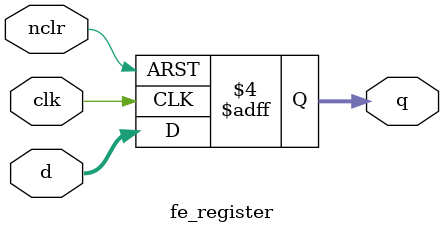
<source format=v>
`ifndef register_v
 `define register_v

`timescale 1ns/1ps



module register(clk, nclr, d, q);

   parameter bits = 4;

   input 		 clk, nclr;
   input [bits-1:0] 	 d;

   output reg [bits-1:0] q;

   initial q <= 0;

   always @(posedge clk, negedge nclr) begin
      if (nclr == 1'b0) q <= 0;
      else q <= d;
   end

endmodule // register

module fe_register(clk, nclr, d, q);

   parameter bits = 4;

   input 		 clk, nclr;
   input [bits-1:0] 	 d;

   output reg [bits-1:0] q;

   initial q <= 0;

   always @(negedge clk, negedge nclr) begin
      if (nclr == 1'b0) q <= 0;
      else q <= d;
   end

endmodule // register

`endif //  `ifndef register_v

// End of file.

</source>
